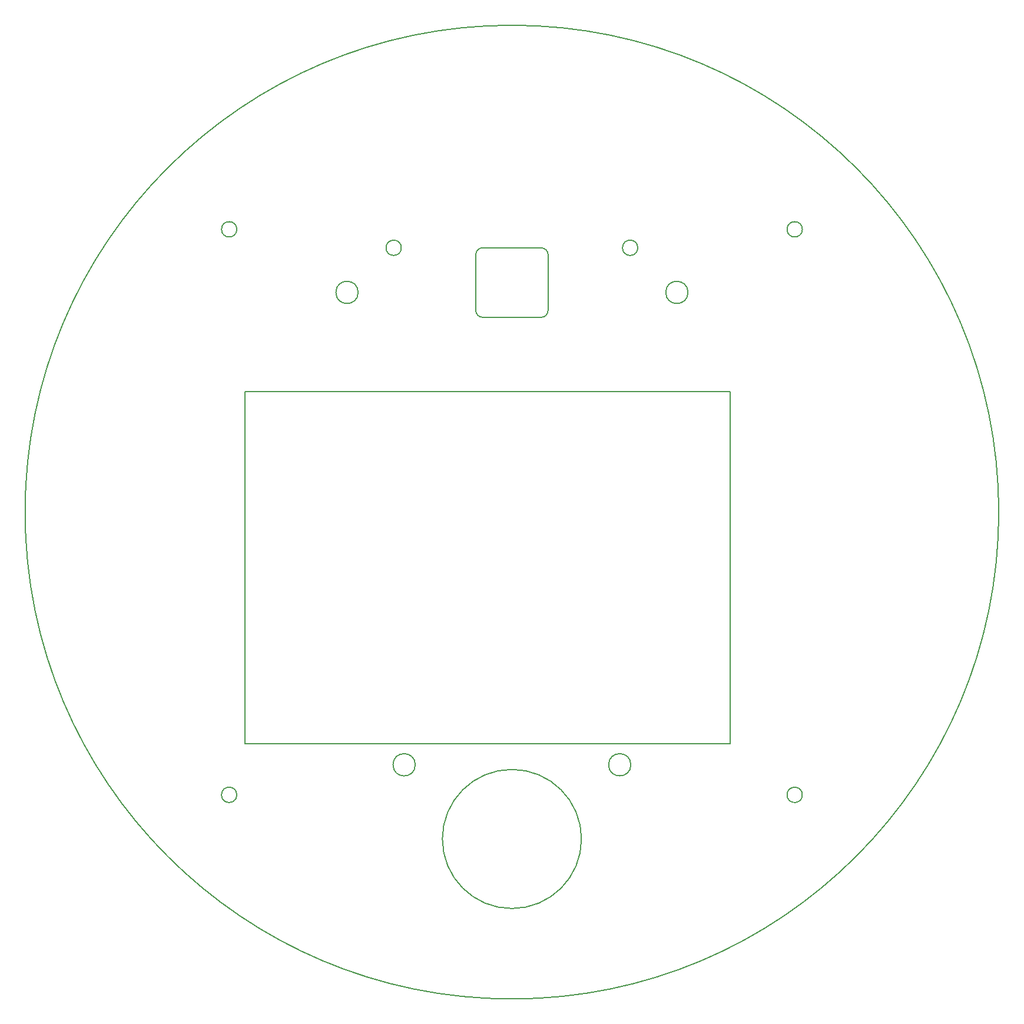
<source format=gbr>
%TF.GenerationSoftware,KiCad,Pcbnew,7.0.11*%
%TF.CreationDate,2025-03-06T22:48:18+09:00*%
%TF.ProjectId,IO,494f2e6b-6963-4616-945f-706362585858,rev?*%
%TF.SameCoordinates,Original*%
%TF.FileFunction,Profile,NP*%
%FSLAX46Y46*%
G04 Gerber Fmt 4.6, Leading zero omitted, Abs format (unit mm)*
G04 Created by KiCad (PCBNEW 7.0.11) date 2025-03-06 22:48:18*
%MOMM*%
%LPD*%
G01*
G04 APERTURE LIST*
%TA.AperFunction,Profile*%
%ADD10C,0.200000*%
%TD*%
G04 APERTURE END LIST*
D10*
X121166096Y-57964344D02*
G75*
G03*
X117966096Y-57964344I-1600000J0D01*
G01*
X117966096Y-57964344D02*
G75*
G03*
X121166096Y-57964344I1600000J0D01*
G01*
X148480361Y-52553640D02*
X148480361Y-60553640D01*
X139080361Y-51553640D02*
X147480361Y-51553640D01*
X127380361Y-51553640D02*
G75*
G03*
X125180361Y-51553640I-1100000J0D01*
G01*
X125180361Y-51553640D02*
G75*
G03*
X127380361Y-51553640I1100000J0D01*
G01*
X148480360Y-52553640D02*
G75*
G03*
X147480361Y-51553640I-999960J40D01*
G01*
X185039000Y-48895000D02*
G75*
G03*
X182839002Y-48895000I-1099999J0D01*
G01*
X182839002Y-48895000D02*
G75*
G03*
X185039000Y-48895000I1099999J0D01*
G01*
X138080359Y-60553640D02*
G75*
G03*
X139080361Y-61553641I1000041J40D01*
G01*
X147480361Y-61553641D02*
X139080361Y-61553641D01*
X213280361Y-89553640D02*
G75*
G03*
X73280361Y-89553640I-70000000J0D01*
G01*
X73280361Y-89553640D02*
G75*
G03*
X213280361Y-89553640I70000000J0D01*
G01*
X174680361Y-72253640D02*
X174680361Y-122853640D01*
X139080361Y-51553561D02*
G75*
G03*
X138080361Y-52553640I39J-1000039D01*
G01*
X161380361Y-51553640D02*
G75*
G03*
X159180361Y-51553640I-1100000J0D01*
G01*
X159180361Y-51553640D02*
G75*
G03*
X161380361Y-51553640I1100000J0D01*
G01*
X138080361Y-60553640D02*
X138080361Y-52553640D01*
X129380361Y-125885444D02*
G75*
G03*
X126180361Y-125885444I-1600000J0D01*
G01*
X126180361Y-125885444D02*
G75*
G03*
X129380361Y-125885444I1600000J0D01*
G01*
X185039000Y-130212280D02*
G75*
G03*
X182839002Y-130212280I-1099999J0D01*
G01*
X182839002Y-130212280D02*
G75*
G03*
X185039000Y-130212280I1099999J0D01*
G01*
X153280361Y-136553640D02*
G75*
G03*
X133280361Y-136553640I-10000000J0D01*
G01*
X133280361Y-136553640D02*
G75*
G03*
X153280361Y-136553640I10000000J0D01*
G01*
X104880361Y-122853640D02*
X104880361Y-72253640D01*
X174680361Y-122853640D02*
X104880361Y-122853640D01*
X160380361Y-125885444D02*
G75*
G03*
X157180361Y-125885444I-1600000J0D01*
G01*
X157180361Y-125885444D02*
G75*
G03*
X160380361Y-125885444I1600000J0D01*
G01*
X168594626Y-57964344D02*
G75*
G03*
X165394626Y-57964344I-1600000J0D01*
G01*
X165394626Y-57964344D02*
G75*
G03*
X168594626Y-57964344I1600000J0D01*
G01*
X147480361Y-61553561D02*
G75*
G03*
X148480361Y-60553640I39J999961D01*
G01*
X104880361Y-72253640D02*
X174680361Y-72253640D01*
X103721721Y-130212280D02*
G75*
G03*
X101521721Y-130212280I-1100000J0D01*
G01*
X101521721Y-130212280D02*
G75*
G03*
X103721721Y-130212280I1100000J0D01*
G01*
X103721721Y-48895000D02*
G75*
G03*
X101521721Y-48895000I-1100000J0D01*
G01*
X101521721Y-48895000D02*
G75*
G03*
X103721721Y-48895000I1100000J0D01*
G01*
M02*

</source>
